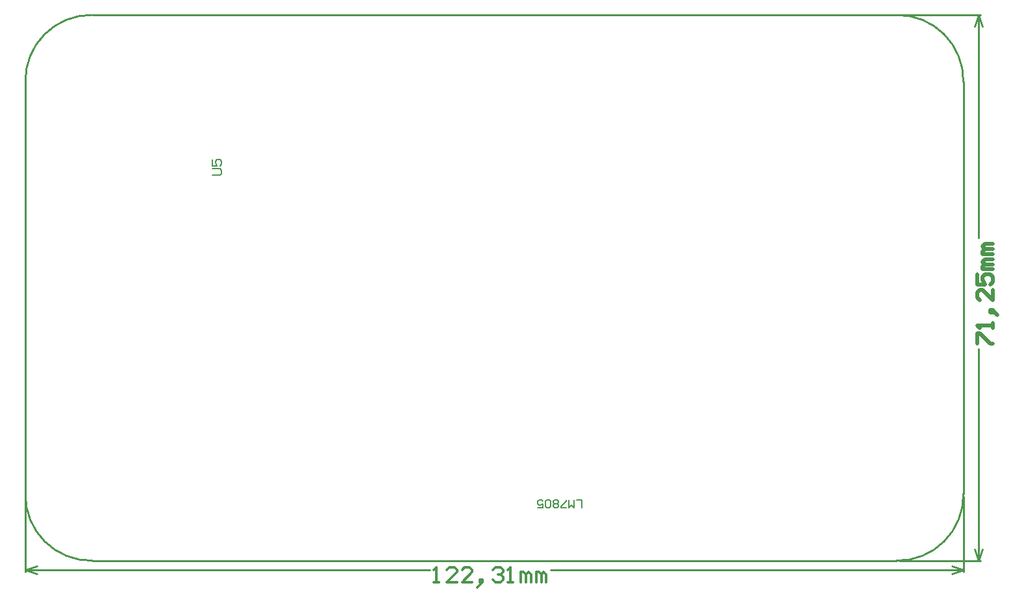
<source format=gbr>
%TF.GenerationSoftware,Altium Limited,Altium Designer,23.11.1 (41)*%
G04 Layer_Color=16711935*
%FSLAX45Y45*%
%MOMM*%
%TF.SameCoordinates,10814A46-352E-42BD-85D8-3789AA2A08E8*%
%TF.FilePolarity,Positive*%
%TF.FileFunction,Other,Mechanical_1*%
%TF.Part,Single*%
G01*
G75*
%TA.AperFunction,NonConductor*%
%ADD29C,0.15240*%
%ADD32C,0.25400*%
%ADD33C,0.30000*%
%ADD49C,0.15000*%
%ADD50C,0.50000*%
D29*
X9588500Y-13525467D02*
Y-13423900D01*
X9520789D01*
X9486933D02*
Y-13525467D01*
X9453077Y-13491611D01*
X9419221Y-13525467D01*
Y-13423900D01*
X9385366Y-13525467D02*
X9317654D01*
Y-13508539D01*
X9385366Y-13440828D01*
Y-13423900D01*
X9283798Y-13508539D02*
X9266870Y-13525467D01*
X9233015D01*
X9216087Y-13508539D01*
Y-13491611D01*
X9233015Y-13474683D01*
X9216087Y-13457756D01*
Y-13440828D01*
X9233015Y-13423900D01*
X9266870D01*
X9283798Y-13440828D01*
Y-13457756D01*
X9266870Y-13474683D01*
X9283798Y-13491611D01*
Y-13508539D01*
X9266870Y-13474683D02*
X9233015D01*
X9182231Y-13508539D02*
X9165303Y-13525467D01*
X9131448D01*
X9114520Y-13508539D01*
Y-13440828D01*
X9131448Y-13423900D01*
X9165303D01*
X9182231Y-13440828D01*
Y-13508539D01*
X9012953Y-13525467D02*
X9080664D01*
Y-13474683D01*
X9046808Y-13491611D01*
X9029880D01*
X9012953Y-13474683D01*
Y-13440828D01*
X9029880Y-13423900D01*
X9063736D01*
X9080664Y-13440828D01*
D32*
X2330273Y-13347791D02*
G03*
X3200309Y-14217827I857427J-12609D01*
G01*
X13690686Y-14218146D02*
G03*
X14561044Y-13347786I12614J857745D01*
G01*
X14560733Y-7962809D02*
G03*
X13690691Y-7092767I-857433J12609D01*
G01*
X3200314Y-7092455D02*
G03*
X2329955Y-7962814I-12614J-857745D01*
G01*
X14561043Y-13347786D02*
Y-7962809D01*
X13690376Y-7092457D02*
X13690691Y-7092767D01*
X13538286Y-7092457D02*
X13690376D01*
X3200314D02*
X13538286D01*
X3200309Y-14217828D02*
X13690686D01*
X2330272Y-13347791D02*
Y-13144820D01*
X2329957Y-13144501D02*
Y-7962814D01*
X14408643Y-14389101D02*
X14561043Y-14338300D01*
X14408643Y-14287500D02*
X14561043Y-14338300D01*
X2330273D02*
X2482673Y-14287500D01*
X2330273Y-14338300D02*
X2482673Y-14389101D01*
X9178755Y-14338300D02*
X14561043D01*
X2330273D02*
X7601761D01*
X14561043Y-14363699D02*
Y-13385886D01*
X2330273Y-14363699D02*
Y-13385892D01*
X14757401Y-7092457D02*
X14808200Y-7244857D01*
X14706599D02*
X14757401Y-7092457D01*
X14706599Y-14065428D02*
X14757401Y-14217828D01*
X14808200Y-14065428D01*
X14757401Y-10005352D02*
Y-7092457D01*
Y-14217828D02*
Y-11455733D01*
X13576385Y-7092457D02*
X14782800D01*
X13728786Y-14217828D02*
X14782800D01*
D33*
X7657161Y-14501590D02*
X7723806D01*
X7690483D01*
Y-14301656D01*
X7657161Y-14334978D01*
X7957064Y-14501590D02*
X7823774D01*
X7957064Y-14368300D01*
Y-14334978D01*
X7923742Y-14301656D01*
X7857096D01*
X7823774Y-14334978D01*
X8157000Y-14501590D02*
X8023709D01*
X8157000Y-14368300D01*
Y-14334978D01*
X8123677Y-14301656D01*
X8057032D01*
X8023709Y-14334978D01*
X8256967Y-14534914D02*
X8290290Y-14501590D01*
Y-14468268D01*
X8256967D01*
Y-14501590D01*
X8290290D01*
X8256967Y-14534914D01*
X8223645Y-14568234D01*
X8423581Y-14334978D02*
X8456903Y-14301656D01*
X8523548D01*
X8556871Y-14334978D01*
Y-14368300D01*
X8523548Y-14401622D01*
X8490226D01*
X8523548D01*
X8556871Y-14434946D01*
Y-14468268D01*
X8523548Y-14501590D01*
X8456903D01*
X8423581Y-14468268D01*
X8623516Y-14501590D02*
X8690161D01*
X8656839D01*
Y-14301656D01*
X8623516Y-14334978D01*
X8790129Y-14501590D02*
Y-14368300D01*
X8823451D01*
X8856774Y-14401622D01*
Y-14501590D01*
Y-14401622D01*
X8890097Y-14368300D01*
X8923419Y-14401622D01*
Y-14501590D01*
X8990065D02*
Y-14368300D01*
X9023387D01*
X9056710Y-14401622D01*
Y-14501590D01*
Y-14401622D01*
X9090032Y-14368300D01*
X9123355Y-14401622D01*
Y-14501590D01*
D49*
X4769539Y-9182100D02*
X4869506D01*
X4889500Y-9162106D01*
Y-9122119D01*
X4869506Y-9102126D01*
X4769539D01*
Y-8982165D02*
Y-9062139D01*
X4829519D01*
X4809526Y-9022152D01*
Y-9002158D01*
X4829519Y-8982165D01*
X4869506D01*
X4889500Y-9002158D01*
Y-9042145D01*
X4869506Y-9062139D01*
D50*
X14740755Y-11380333D02*
Y-11247043D01*
X14774077D01*
X14907368Y-11380333D01*
X14940691D01*
Y-11180398D02*
Y-11113752D01*
Y-11147075D01*
X14740755D01*
X14774077Y-11180398D01*
X14974013Y-10980462D02*
X14940691Y-10947140D01*
X14907368D01*
Y-10980462D01*
X14940691D01*
Y-10947140D01*
X14974013Y-10980462D01*
X15007335Y-11013785D01*
X14940691Y-10680559D02*
Y-10813849D01*
X14807401Y-10680559D01*
X14774077D01*
X14740755Y-10713881D01*
Y-10780527D01*
X14774077Y-10813849D01*
X14740755Y-10480623D02*
Y-10613913D01*
X14840723D01*
X14807401Y-10547268D01*
Y-10513946D01*
X14840723Y-10480623D01*
X14907368D01*
X14940691Y-10513946D01*
Y-10580591D01*
X14907368Y-10613913D01*
X14940691Y-10413978D02*
X14807401D01*
Y-10380655D01*
X14840723Y-10347333D01*
X14940691D01*
X14840723D01*
X14807401Y-10314010D01*
X14840723Y-10280688D01*
X14940691D01*
Y-10214042D02*
X14807401D01*
Y-10180720D01*
X14840723Y-10147397D01*
X14940691D01*
X14840723D01*
X14807401Y-10114075D01*
X14840723Y-10080752D01*
X14940691D01*
%TF.MD5,20060d016ae14516c184a3daf3af065e*%
M02*

</source>
